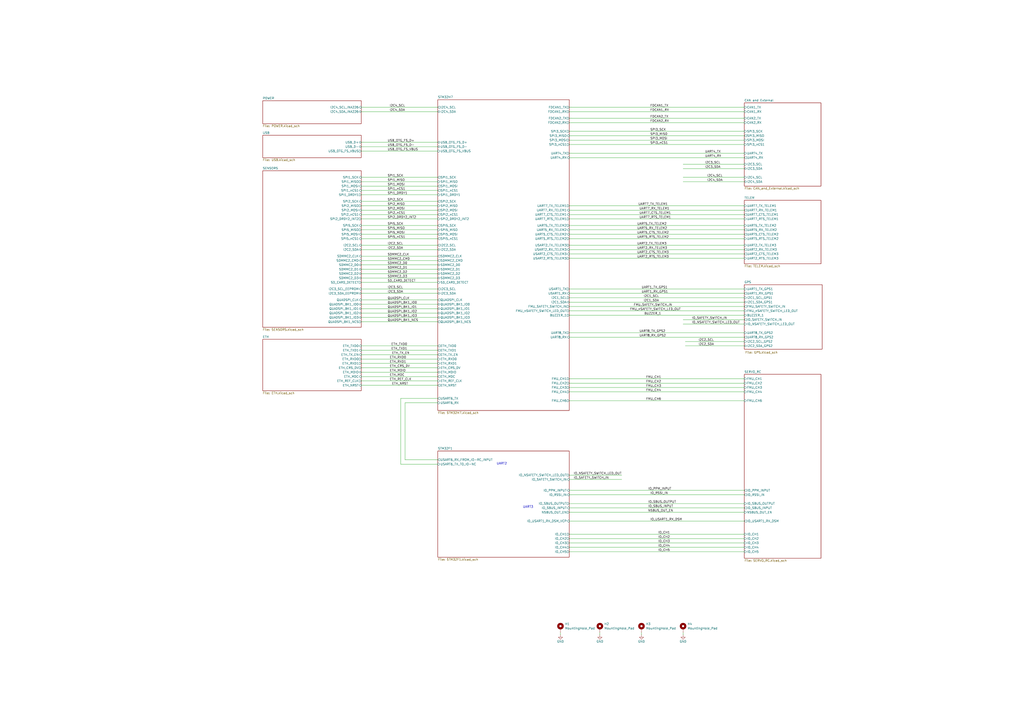
<source format=kicad_sch>
(kicad_sch (version 20250114) (generator "eeschema") (generator_version "9.0")
  (paper "A2")
  (lib_symbols
    (symbol "Mechanical:MountingHole_Pad" (pin_numbers (hide yes)) (pin_names (offset 1.016) (hide yes)) (exclude_from_sim yes) (in_bom no)
      (property "Reference" "H" (at 0 6.35 0))
      (property "Value" "MountingHole_Pad" (at 0 4.445 0))
      (symbol "MountingHole_Pad_0_1"
        (circle (center 0 1.27) (radius 1.27) (stroke (width 1.27)))
      )
      (symbol "MountingHole_Pad_1_1"
        (pin input line (at 0 -2.54 90) (length 2.54) (name "1") (number "1"))
      )
    )
    (symbol "power:GND" (power) (pin_numbers (hide yes)) (pin_names (offset 0) (hide yes))
      (property "Value" "GND" (at 0 -3.81 0))
      (symbol "GND_0_1"
        (polyline (pts (xy 0 0) (xy 0 -1.27) (xy 1.27 -1.27) (xy 0 -2.54) (xy -1.27 -1.27) (xy 0 -1.27)))
      )
      (symbol "GND_1_1"
        (pin power_in line (at 0 0 270) (length 0) (name "~") (number "1"))
      )
    )
  )
  (text "UART2" (at 291.084 268.986 0) (effects (font (size 1.27 1.27))))
  (text "UART3" (at 306.324 294.132 0) (effects (font (size 1.27 1.27))))
  (wire (pts (xy 330.2 135.89) (xy 431.8 135.89)))
  (wire (pts (xy 209.55 186.69) (xy 254 186.69)))
  (wire (pts (xy 330.2 62.23) (xy 431.8 62.23)))
  (wire (pts (xy 330.2 88.9) (xy 431.8 88.9)))
  (wire (pts (xy 396.24 368.3) (xy 396.24 367.03)))
  (wire (pts (xy 209.55 62.23) (xy 254 62.23)))
  (wire (pts (xy 330.2 127) (xy 431.8 127)))
  (wire (pts (xy 330.2 142.24) (xy 431.8 142.24)))
  (wire (pts (xy 330.2 195.58) (xy 431.8 195.58)))
  (wire (pts (xy 209.55 176.53) (xy 254 176.53)))
  (wire (pts (xy 330.2 314.96) (xy 431.8 314.96)))
  (wire (pts (xy 209.55 151.13) (xy 254 151.13)))
  (wire (pts (xy 330.2 133.35) (xy 431.8 133.35)))
  (wire (pts (xy 209.55 170.18) (xy 254 170.18)))
  (wire (pts (xy 209.55 213.36) (xy 254 213.36)))
  (wire (pts (xy 209.55 138.43) (xy 254 138.43)))
  (wire (pts (xy 330.2 287.02) (xy 431.8 287.02)))
  (wire (pts (xy 209.55 218.44) (xy 254 218.44)))
  (wire (pts (xy 209.55 148.59) (xy 254 148.59)))
  (wire (pts (xy 209.55 130.81) (xy 254 130.81)))
  (wire (pts (xy 209.55 215.9) (xy 254 215.9)))
  (wire (pts (xy 209.55 105.41) (xy 254 105.41)))
  (wire (pts (xy 330.2 121.92) (xy 431.8 121.92)))
  (wire (pts (xy 209.55 127) (xy 254 127)))
  (wire (pts (xy 330.2 232.41) (xy 431.8 232.41)))
  (wire (pts (xy 330.2 309.88) (xy 431.8 309.88)))
  (wire (pts (xy 330.2 68.58) (xy 431.8 68.58)))
  (wire (pts (xy 209.55 119.38) (xy 254 119.38)))
  (wire (pts (xy 396.24 97.79) (xy 431.8 97.79)))
  (wire (pts (xy 396.24 102.87) (xy 431.8 102.87)))
  (wire (pts (xy 396.24 187.96) (xy 431.8 187.96)))
  (wire (pts (xy 209.55 85.09) (xy 254 85.09)))
  (wire (pts (xy 330.2 177.8) (xy 431.8 177.8)))
  (wire (pts (xy 330.2 278.13) (xy 360.68 278.13)))
  (wire (pts (xy 330.2 130.81) (xy 431.8 130.81)))
  (wire (pts (xy 330.2 222.25) (xy 431.8 222.25)))
  (wire (pts (xy 330.2 64.77) (xy 431.8 64.77)))
  (wire (pts (xy 209.55 153.67) (xy 254 153.67)))
  (wire (pts (xy 209.55 116.84) (xy 254 116.84)))
  (wire (pts (xy 209.55 124.46) (xy 254 124.46)))
  (wire (pts (xy 209.55 210.82) (xy 254 210.82)))
  (wire (pts (xy 330.2 219.71) (xy 431.8 219.71)))
  (wire (pts (xy 330.2 124.46) (xy 431.8 124.46)))
  (wire (pts (xy 209.55 167.64) (xy 254 167.64)))
  (wire (pts (xy 209.55 135.89) (xy 254 135.89)))
  (wire (pts (xy 234.95 266.7) (xy 234.95 233.68)))
  (wire (pts (xy 209.55 144.78) (xy 254 144.78)))
  (wire (pts (xy 209.55 208.28) (xy 254 208.28)))
  (wire (pts (xy 254 266.7) (xy 234.95 266.7)))
  (wire (pts (xy 330.2 302.26) (xy 431.8 302.26)))
  (wire (pts (xy 330.2 71.12) (xy 431.8 71.12)))
  (wire (pts (xy 209.55 142.24) (xy 254 142.24)))
  (wire (pts (xy 330.2 175.26) (xy 431.8 175.26)))
  (wire (pts (xy 330.2 284.48) (xy 431.8 284.48)))
  (wire (pts (xy 209.55 87.63) (xy 254 87.63)))
  (wire (pts (xy 209.55 133.35) (xy 254 133.35)))
  (wire (pts (xy 330.2 275.59) (xy 360.68 275.59)))
  (wire (pts (xy 232.41 231.14) (xy 232.41 269.24)))
  (wire (pts (xy 209.55 64.77) (xy 254 64.77)))
  (wire (pts (xy 209.55 107.95) (xy 254 107.95)))
  (wire (pts (xy 330.2 76.2) (xy 431.8 76.2)))
  (wire (pts (xy 330.2 294.64) (xy 431.8 294.64)))
  (wire (pts (xy 209.55 158.75) (xy 254 158.75)))
  (wire (pts (xy 209.55 220.98) (xy 254 220.98)))
  (wire (pts (xy 330.2 119.38) (xy 431.8 119.38)))
  (wire (pts (xy 330.2 138.43) (xy 431.8 138.43)))
  (wire (pts (xy 209.55 173.99) (xy 254 173.99)))
  (wire (pts (xy 330.2 320.04) (xy 431.8 320.04)))
  (wire (pts (xy 209.55 205.74) (xy 254 205.74)))
  (wire (pts (xy 330.2 193.04) (xy 431.8 193.04)))
  (wire (pts (xy 330.2 312.42) (xy 431.8 312.42)))
  (wire (pts (xy 232.41 269.24) (xy 254 269.24)))
  (wire (pts (xy 396.24 105.41) (xy 431.8 105.41)))
  (wire (pts (xy 209.55 203.2) (xy 254 203.2)))
  (wire (pts (xy 330.2 292.1) (xy 431.8 292.1)))
  (wire (pts (xy 397.51 200.66) (xy 431.8 200.66)))
  (wire (pts (xy 234.95 233.68) (xy 254 233.68)))
  (wire (pts (xy 330.2 317.5) (xy 431.8 317.5)))
  (wire (pts (xy 209.55 82.55) (xy 254 82.55)))
  (wire (pts (xy 347.98 368.3) (xy 347.98 367.03)))
  (wire (pts (xy 254 231.14) (xy 232.41 231.14)))
  (wire (pts (xy 330.2 167.64) (xy 431.8 167.64)))
  (wire (pts (xy 372.11 368.3) (xy 372.11 367.03)))
  (wire (pts (xy 330.2 170.18) (xy 431.8 170.18)))
  (wire (pts (xy 209.55 161.29) (xy 254 161.29)))
  (wire (pts (xy 209.55 223.52) (xy 254 223.52)))
  (wire (pts (xy 325.12 368.3) (xy 325.12 367.03)))
  (wire (pts (xy 397.51 198.12) (xy 431.8 198.12)))
  (wire (pts (xy 330.2 227.33) (xy 431.8 227.33)))
  (wire (pts (xy 330.2 224.79) (xy 431.8 224.79)))
  (wire (pts (xy 209.55 179.07) (xy 254 179.07)))
  (wire (pts (xy 330.2 91.44) (xy 431.8 91.44)))
  (wire (pts (xy 209.55 156.21) (xy 254 156.21)))
  (wire (pts (xy 330.2 297.18) (xy 431.8 297.18)))
  (wire (pts (xy 209.55 113.03) (xy 254 113.03)))
  (wire (pts (xy 209.55 184.15) (xy 254 184.15)))
  (wire (pts (xy 330.2 172.72) (xy 431.8 172.72)))
  (wire (pts (xy 209.55 163.83) (xy 254 163.83)))
  (wire (pts (xy 330.2 180.34) (xy 431.8 180.34)))
  (wire (pts (xy 209.55 200.66) (xy 254 200.66)))
  (wire (pts (xy 330.2 78.74) (xy 431.8 78.74)))
  (wire (pts (xy 330.2 81.28) (xy 431.8 81.28)))
  (wire (pts (xy 209.55 121.92) (xy 254 121.92)))
  (wire (pts (xy 330.2 149.86) (xy 431.8 149.86)))
  (wire (pts (xy 330.2 83.82) (xy 431.8 83.82)))
  (wire (pts (xy 209.55 181.61) (xy 254 181.61)))
  (wire (pts (xy 396.24 185.42) (xy 431.8 185.42)))
  (wire (pts (xy 209.55 110.49) (xy 254 110.49)))
  (wire (pts (xy 209.55 102.87) (xy 254 102.87)))
  (wire (pts (xy 396.24 95.25) (xy 431.8 95.25)))
  (wire (pts (xy 330.2 144.78) (xy 431.8 144.78)))
  (wire (pts (xy 330.2 147.32) (xy 431.8 147.32)))
  (wire (pts (xy 330.2 182.88) (xy 431.8 182.88)))
  (label "QUADSPI_BK1_IO3" (at 224.79 184.15 0))
  (label "QUADSPI_BK1_NCS" (at 224.79 186.69 0))
  (label "SPI1_DRDY1" (at 224.79 113.03 0))
  (label "FMU_CH1" (at 383.54 219.71 180))
  (label "UART1_RX_GPS1" (at 372.11 170.18 0))
  (label "SPI2_MISO" (at 224.79 119.38 0))
  (label "UART4_TX" (at 408.94 88.9 0))
  (label "UART7_CTS_TELEM1" (at 370.84 124.46 0))
  (label "UART1_TX_GPS1" (at 372.11 167.64 0))
  (label "I2C3_SDA" (at 408.94 97.79 0))
  (label "FMU_CH3" (at 383.54 224.79 180))
  (label "SPI2_SCK" (at 224.79 116.84 0))
  (label "I2C4_SDA" (at 410.21 105.41 0))
  (label "IO_CH2" (at 388.62 312.42 180))
  (label "SPI5_nCS1" (at 224.79 138.43 0))
  (label "UART7_TX_TELEM1" (at 387.35 119.38 180))
  (label "FMU_CH4" (at 383.54 227.33 180))
  (label "I2C1_SDA" (at 382.27 175.26 180))
  (label "FMU_SAFETY_SWITCH_IN" (at 389.89 177.8 180))
  (label "I2C4_SCL" (at 410.21 102.87 0))
  (label "IO_USART1_RX_DSM" (at 377.19 302.26 0))
  (label "ETH_REF_CLK" (at 226.06 220.98 0))
  (label "UART5_RX_TELEM2" (at 369.57 133.35 0))
  (label "UART5_RTS_TELEM2" (at 369.57 138.43 0))
  (label "USB_OTG_FS_D-" (at 224.79 85.09 0))
  (label "SPI5_MOSI" (at 224.79 135.89 0))
  (label "QUADSPI_CLK" (at 224.79 173.99 0))
  (label "I2C4_SCL" (at 234.95 62.23 180))
  (label "I2C2_SCL" (at 224.79 142.24 0))
  (label "BUZZER_1" (at 383.54 182.88 180))
  (label "I2C2_SDA" (at 405.13 200.66 0))
  (label "SPI1_MOSI" (at 224.79 107.95 0))
  (label "FMU_CH6" (at 383.54 232.41 180))
  (label "IO_RSSI_IN" (at 377.19 287.02 0))
  (label "I2C2_SDA" (at 224.79 144.78 0))
  (label "UART2_RX_TELEM3" (at 369.57 144.78 0))
  (label "I2C3_SDA" (at 224.79 170.18 0))
  (label "FDCAN1_TX" (at 377.19 62.23 0))
  (label "IO_SBUS_OUTPUT" (at 375.92 292.1 0))
  (label "UART8_RX_GPS2" (at 370.84 195.58 0))
  (label "IO_CH4" (at 388.62 317.5 180))
  (label "IO_SBUS_INPUT" (at 375.92 294.64 0))
  (label "ETH_TXD1" (at 236.22 203.2 180))
  (label "SPI2_DRDY2_INT2" (at 224.79 127 0))
  (label "SPI3_nCS1" (at 377.19 83.82 0))
  (label "I2C3_SCL" (at 408.94 95.25 0))
  (label "IO_PPM_INPUT" (at 375.92 284.48 0))
  (label "IO_SAFETY_SWITCH_IN" (at 332.74 278.13 0))
  (label "SDMMC2_D0" (at 224.79 153.67 0))
  (label "I2C3_SCL" (at 224.79 167.64 0))
  (label "SPI1_MISO" (at 224.79 105.41 0))
  (label "QUADSPI_BK1_IO0" (at 224.79 176.53 0))
  (label "SPI2_nCS1" (at 224.79 124.46 0))
  (label "UART5_TX_TELEM2" (at 369.57 130.81 0))
  (label "SDMMC2_D2" (at 224.79 158.75 0))
  (label "FDCAN1_RX" (at 377.19 64.77 0))
  (label "UART2_CTS_TELEM3" (at 369.57 147.32 0))
  (label "SDMMC2_CMD" (at 224.79 151.13 0))
  (label "SPI1_nCS1" (at 224.79 110.49 0))
  (label "I2C2_SCL" (at 405.13 198.12 0))
  (label "IO_SAFETY_SWITCH_IN" (at 401.32 185.42 0))
  (label "FMU_nSAFETY_SWITCH_LED_OUT" (at 394.97 180.34 180))
  (label "USB_OTG_FS_D+" (at 224.79 82.55 0))
  (label "SDMMC2_D3" (at 224.79 161.29 0))
  (label "SD_CARD_DETECT" (at 224.79 163.83 0))
  (label "SDMMC2_D1" (at 224.79 156.21 0))
  (label "ETH_RXD0" (at 226.06 208.28 0))
  (label "IO_CH1" (at 388.62 309.88 180))
  (label "SPI1_SCK" (at 224.79 102.87 0))
  (label "ETH_TX_EN" (at 227.33 205.74 0))
  (label "UART2_TX_TELEM3" (at 369.57 142.24 0))
  (label "I2C4_SDA" (at 234.95 64.77 180))
  (label "ETH_MDC" (at 226.06 218.44 0))
  (label "ETH_TXD0" (at 236.22 200.66 180))
  (label "SPI5_MISO" (at 224.79 133.35 0))
  (label "FDCAN2_TX" (at 377.19 68.58 0))
  (label "FMU_CH2" (at 383.54 222.25 180))
  (label "I2C1_SCL" (at 382.27 172.72 180))
  (label "UART2_RTS_TELEM3" (at 369.57 149.86 0))
  (label "UART7_RX_TELEM1" (at 370.84 121.92 0))
  (label "QUADSPI_BK1_IO1" (at 224.79 179.07 0))
  (label "USB_OTG_FS_VBUS" (at 224.79 87.63 0))
  (label "ETH_RXD1" (at 226.06 210.82 0))
  (label "ETH_CRS_DV" (at 226.06 213.36 0))
  (label "IO_NSAFETY_SWITCH_LED_OUT" (at 332.74 275.59 0))
  (label "UART5_CTS_TELEM2" (at 369.57 135.89 0))
  (label "ETH_MDIO" (at 226.06 215.9 0))
  (label "NSBUS_OUT_EN" (at 375.92 297.18 0))
  (label "SPI5_SCK" (at 224.79 130.81 0))
  (label "SPI3_MOSI" (at 377.19 81.28 0))
  (label "IO_CH3" (at 388.62 314.96 180))
  (label "UART8_TX_GPS2" (at 370.84 193.04 0))
  (label "SPI2_MOSI" (at 224.79 121.92 0))
  (label "SDMMC2_CLK" (at 224.79 148.59 0))
  (label "IO_CH5" (at 388.62 320.04 180))
  (label "ETH_NRST" (at 227.33 223.52 0))
  (label "SPI3_SCK" (at 377.19 76.2 0))
  (label "UART4_RX" (at 408.94 91.44 0))
  (label "SPI3_MISO" (at 377.19 78.74 0))
  (label "QUADSPI_BK1_IO2" (at 224.79 181.61 0))
  (label "IO_NSAFETY_SWITCH_LED_OUT" (at 401.32 187.96 0))
  (label "FDCAN2_RX" (at 377.19 71.12 0))
  (label "UART7_RTS_TELEM1" (at 370.84 127 0))
  (symbol (lib_id "Mechanical:MountingHole_Pad") (at 396.24 364.49 0) (unit 1) (exclude_from_sim yes) (in_bom no)
    (property "Reference" "H4" (at 398.78 361.9499 0) (effects (justify left)))
    (property "Value" "MountingHole_Pad" (at 398.78 364.4899 0) (effects (justify left)))
    (property "Footprint" "MountingHole:MountingHole_2.2mm_M2_Pad" (effects (hide yes)))
    (property "Description" "Mounting Hole with connection" (effects (hide yes)))
  )
  (symbol (lib_id "power:GND") (at 372.11 368.3 0) (unit 1)
    (property "Reference" "#PWR03" (effects (hide yes)))
    (property "Value" "GND" (at 372.11 372.11 0))
    (property "Description" "Power symbol creates a global label with name \"GND\" , ground" (effects (hide yes)))
  )
  (symbol (lib_id "power:GND") (at 325.12 368.3 0) (unit 1)
    (property "Reference" "#PWR01" (effects (hide yes)))
    (property "Value" "GND" (at 325.12 372.11 0))
    (property "Description" "Power symbol creates a global label with name \"GND\" , ground" (effects (hide yes)))
  )
  (symbol (lib_id "power:GND") (at 396.24 368.3 0) (unit 1)
    (property "Reference" "#PWR04" (effects (hide yes)))
    (property "Value" "GND" (at 396.24 372.11 0))
    (property "Description" "Power symbol creates a global label with name \"GND\" , ground" (effects (hide yes)))
  )
  (symbol (lib_id "Mechanical:MountingHole_Pad") (at 325.12 364.49 0) (unit 1) (exclude_from_sim yes) (in_bom no)
    (property "Reference" "H1" (at 327.66 361.9499 0) (effects (justify left)))
    (property "Value" "MountingHole_Pad" (at 327.66 364.4899 0) (effects (justify left)))
    (property "Footprint" "MountingHole:MountingHole_2.2mm_M2_Pad" (effects (hide yes)))
    (property "Description" "Mounting Hole with connection" (effects (hide yes)))
  )
  (symbol (lib_id "power:GND") (at 347.98 368.3 0) (unit 1)
    (property "Reference" "#PWR02" (effects (hide yes)))
    (property "Value" "GND" (at 347.98 372.11 0))
    (property "Description" "Power symbol creates a global label with name \"GND\" , ground" (effects (hide yes)))
  )
  (symbol (lib_id "Mechanical:MountingHole_Pad") (at 347.98 364.49 0) (unit 1) (exclude_from_sim yes) (in_bom no)
    (property "Reference" "H2" (at 350.52 361.9499 0) (effects (justify left)))
    (property "Value" "MountingHole_Pad" (at 350.52 364.4899 0) (effects (justify left)))
    (property "Footprint" "MountingHole:MountingHole_2.2mm_M2_Pad" (effects (hide yes)))
    (property "Description" "Mounting Hole with connection" (effects (hide yes)))
  )
  (symbol (lib_id "Mechanical:MountingHole_Pad") (at 372.11 364.49 0) (unit 1) (exclude_from_sim yes) (in_bom no)
    (property "Reference" "H3" (at 374.65 361.9499 0) (effects (justify left)))
    (property "Value" "MountingHole_Pad" (at 374.65 364.4899 0) (effects (justify left)))
    (property "Footprint" "MountingHole:MountingHole_2.2mm_M2_Pad" (effects (hide yes)))
    (property "Description" "Mounting Hole with connection" (effects (hide yes)))
  )
  (sheet (at 152.4 58.42) (size 57.15 13.335) (stroke (width 0.1524))
    (property "Sheetname" "POWER" (at 152.4 57.7084 0) (effects (justify left bottom)))
    (property "Sheetfile" "POWER.kicad_sch" (at 152.4 72.3396 0) (effects (justify left top)))
    (pin "I2C4_SCL_INA226" input (at 209.55 62.23 0))
    (pin "I2C4_SDA_INA226" bidirectional (at 209.55 64.77 0))
  )
  (sheet (at 152.4 196.85) (size 57.15 29.845) (stroke (width 0.1524))
    (property "Sheetname" "ETH" (at 152.4 196.1384 0) (effects (justify left bottom)))
    (property "Sheetfile" "ETH.kicad_sch" (at 152.4 227.2796 0) (effects (justify left top)))
    (pin "ETH_CRS_DV" output (at 209.55 213.36 0))
    (pin "ETH_MDC" input (at 209.55 218.44 0))
    (pin "ETH_MDIO" bidirectional (at 209.55 215.9 0))
    (pin "ETH_REF_CLK" output (at 209.55 220.98 0))
    (pin "ETH_RXD0" output (at 209.55 208.28 0))
    (pin "ETH_RXD1" output (at 209.55 210.82 0))
    (pin "ETH_TXD0" input (at 209.55 200.66 0))
    (pin "ETH_TXD1" input (at 209.55 203.2 0))
    (pin "ETH_TX_EN" input (at 209.55 205.74 0))
    (pin "ETH_NRST" input (at 209.55 223.52 0))
  )
  (sheet (at 254 57.785) (size 76.2 180.34) (stroke (width 0.1524))
    (property "Sheetname" "STM32H7" (at 254 57.0734 0) (effects (justify left bottom)))
    (property "Sheetfile" "STM32H7.kicad_sch" (at 254 238.7096 0) (effects (justify left top)))
    (pin "USART6_RX" input (at 254 233.68 180))
    (pin "USART6_TX" output (at 254 231.14 180))
    (pin "FMU_CH1" output (at 330.2 219.71 0))
    (pin "FMU_CH2" output (at 330.2 222.25 0))
    (pin "FMU_CH6" output (at 330.2 232.41 0))
    (pin "FMU_CH4" output (at 330.2 227.33 0))
    (pin "FMU_CH3" output (at 330.2 224.79 0))
    (pin "FMU_nSAFETY_SWITCH_LED_OUT" output (at 330.2 180.34 0))
    (pin "FMU_SAFETY_SWITCH_IN" output (at 330.2 177.8 0))
    (pin "FDCAN1_TX" output (at 330.2 62.23 0))
    (pin "FDCAN1_RX" output (at 330.2 64.77 0))
    (pin "FDCAN2_RX" output (at 330.2 71.12 0))
    (pin "FDCAN2_TX" output (at 330.2 68.58 0))
    (pin "USART1_TX" output (at 330.2 167.64 0))
    (pin "USART1_RX" input (at 330.2 170.18 0))
    (pin "I2C1_SCL" output (at 330.2 172.72 0))
    (pin "I2C1_SDA" bidirectional (at 330.2 175.26 0))
    (pin "BUZZER_1" output (at 330.2 182.88 0))
    (pin "I2C2_SCL" output (at 254 142.24 180))
    (pin "I2C2_SDA" bidirectional (at 254 144.78 180))
    (pin "SDMMC2_CLK" output (at 254 148.59 180))
    (pin "SDMMC2_CMD" output (at 254 151.13 180))
    (pin "SDMMC2_D0" bidirectional (at 254 153.67 180))
    (pin "SDMMC2_D1" bidirectional (at 254 156.21 180))
    (pin "SDMMC2_D2" bidirectional (at 254 158.75 180))
    (pin "SDMMC2_D3" bidirectional (at 254 161.29 180))
    (pin "SPI1_DRDY1" input (at 254 113.03 180))
    (pin "SPI1_MISO" input (at 254 105.41 180))
    (pin "SPI1_MOSI" output (at 254 107.95 180))
    (pin "SPI1_nCS1" output (at 254 110.49 180))
    (pin "SPI1_SCK" output (at 254 102.87 180))
    (pin "SPI2_MISO" input (at 254 119.38 180))
    (pin "SPI2_MOSI" output (at 254 121.92 180))
    (pin "SPI2_nCS1" output (at 254 124.46 180))
    (pin "SPI2_SCK" output (at 254 116.84 180))
    (pin "SPI5_MISO" input (at 254 133.35 180))
    (pin "SPI5_MOSI" output (at 254 135.89 180))
    (pin "SPI5_nCS1" output (at 254 138.43 180))
    (pin "SPI5_SCK" output (at 254 130.81 180))
    (pin "SPI2_DRDY2_INT2" input (at 254 127 180))
    (pin "UART7_CTS_TELEM1" input (at 330.2 124.46 0))
    (pin "UART7_RTS_TELEM1" output (at 330.2 127 0))
    (pin "UART7_RX_TELEM1" input (at 330.2 121.92 0))
    (pin "UART7_TX_TELEM1" output (at 330.2 119.38 0))
    (pin "UART5_CTS_TELEM2" input (at 330.2 135.89 0))
    (pin "UART5_RTS_TELEM2" output (at 330.2 138.43 0))
    (pin "UART5_RX_TELEM2" input (at 330.2 133.35 0))
    (pin "UART5_TX_TELEM2" output (at 330.2 130.81 0))
    (pin "UART8_RX" input (at 330.2 195.58 0))
    (pin "UART8_TX" output (at 330.2 193.04 0))
    (pin "USART2_CTS_TELEM3" input (at 330.2 147.32 0))
    (pin "USART2_RTS_TELEM3" output (at 330.2 149.86 0))
    (pin "USART2_RX_TELEM3" input (at 330.2 144.78 0))
    (pin "USART2_TX_TELEM3" output (at 330.2 142.24 0))
    (pin "I2C3_SCL" output (at 254 167.64 180))
    (pin "I2C3_SDA" bidirectional (at 254 170.18 180))
    (pin "UART4_RX" input (at 330.2 91.44 0))
    (pin "UART4_TX" output (at 330.2 88.9 0))
    (pin "QUADSPI_BK1_IO0" bidirectional (at 254 176.53 180))
    (pin "QUADSPI_BK1_IO1" bidirectional (at 254 179.07 180))
    (pin "QUADSPI_BK1_IO2" bidirectional (at 254 181.61 180))
    (pin "QUADSPI_BK1_IO3" bidirectional (at 254 184.15 180))
    (pin "QUADSPI_BK1_NCS" output (at 254 186.69 180))
    (pin "QUADSPI_CLK" output (at 254 173.99 180))
    (pin "ETH_CRS_DV" input (at 254 213.36 180))
    (pin "ETH_MDC" output (at 254 218.44 180))
    (pin "ETH_MDIO" bidirectional (at 254 215.9 180))
    (pin "ETH_REF_CLK" input (at 254 220.98 180))
    (pin "ETH_RXD0" input (at 254 208.28 180))
    (pin "ETH_RXD1" input (at 254 210.82 180))
    (pin "ETH_TXD0" output (at 254 200.66 180))
    (pin "ETH_TXD1" output (at 254 203.2 180))
    (pin "ETH_TX_EN" output (at 254 205.74 180))
    (pin "SD_CARD_DETECT" input (at 254 163.83 180))
    (pin "SPI3_MISO" input (at 330.2 78.74 0))
    (pin "SPI3_MOSI" output (at 330.2 81.28 0))
    (pin "SPI3_nCS1" output (at 330.2 83.82 0))
    (pin "SPI3_SCK" output (at 330.2 76.2 0))
    (pin "I2C4_SCL" output (at 254 62.23 180))
    (pin "I2C4_SDA" bidirectional (at 254 64.77 180))
    (pin "ETH_NRST" output (at 254 223.52 180))
    (pin "USB_OTG_FS_VBUS" input (at 254 87.63 180))
    (pin "USB_OTG_FS_D-" bidirectional (at 254 85.09 180))
    (pin "USB_OTG_FS_D+" bidirectional (at 254 82.55 180))
  )
  (sheet (at 431.8 165.1) (size 45.085 37.465) (stroke (width 0.1524))
    (property "Sheetname" "GPS" (at 431.8 164.3884 0) (effects (justify left bottom)))
    (property "Sheetfile" "GPS.kicad_sch" (at 432.308 203.708 0) (effects (justify left top)))
    (pin "BUZZER_1" input (at 431.8 182.88 180))
    (pin "FMU_nSAFETY_SWITCH_LED_OUT" input (at 431.8 180.34 180))
    (pin "FMU_SAFETY_SWITCH_IN" output (at 431.8 177.8 180))
    (pin "I2C1_SCL_GPS1" input (at 431.8 172.72 180))
    (pin "I2C1_SDA_GPS1" bidirectional (at 431.8 175.26 180))
    (pin "I2C2_SCL_GPS2" input (at 431.8 198.12 180))
    (pin "I2C2_SDA_GPS2" bidirectional (at 431.8 200.66 180))
    (pin "IO_NSAFETY_SWITCH_LED_OUT" input (at 431.8 187.96 180))
    (pin "IO_SAFETY_SWITCH_IN" output (at 431.8 185.42 180))
    (pin "UART1_RX_GPS1" output (at 431.8 170.18 180))
    (pin "UART1_TX_GPS1" input (at 431.8 167.64 180))
    (pin "UART8_RX_GPS2" output (at 431.8 195.58 180))
    (pin "UART8_TX_GPS2" input (at 431.8 193.04 180))
  )
  (sheet (at 152.4 99.06) (size 57.15 90.805) (stroke (width 0.1524))
    (property "Sheetname" "SENSORS" (at 152.4 98.3484 0) (effects (justify left bottom)))
    (property "Sheetfile" "SENSORS.kicad_sch" (at 152.4 190.4496 0) (effects (justify left top)))
    (pin "I2C2_SCL" input (at 209.55 142.24 0))
    (pin "I2C2_SDA" bidirectional (at 209.55 144.78 0))
    (pin "SDMMC2_CLK" input (at 209.55 148.59 0))
    (pin "SDMMC2_CMD" input (at 209.55 151.13 0))
    (pin "SDMMC2_D0" bidirectional (at 209.55 153.67 0))
    (pin "SDMMC2_D1" bidirectional (at 209.55 156.21 0))
    (pin "SDMMC2_D2" bidirectional (at 209.55 158.75 0))
    (pin "SDMMC2_D3" bidirectional (at 209.55 161.29 0))
    (pin "SPI1_DRDY1" output (at 209.55 113.03 0))
    (pin "SPI1_MISO" output (at 209.55 105.41 0))
    (pin "SPI1_MOSI" input (at 209.55 107.95 0))
    (pin "SPI1_nCS1" input (at 209.55 110.49 0))
    (pin "SPI1_SCK" input (at 209.55 102.87 0))
    (pin "SPI2_DRDY2_INT2" output (at 209.55 127 0))
    (pin "SPI2_MISO" output (at 209.55 119.38 0))
    (pin "SPI2_MOSI" input (at 209.55 121.92 0))
    (pin "SPI2_nCS1" input (at 209.55 124.46 0))
    (pin "SPI2_SCK" input (at 209.55 116.84 0))
    (pin "SPI5_MISO" output (at 209.55 133.35 0))
    (pin "SPI5_MOSI" input (at 209.55 135.89 0))
    (pin "SPI5_nCS1" input (at 209.55 138.43 0))
    (pin "SPI5_SCK" input (at 209.55 130.81 0))
    (pin "I2C3_SCL_EEPROM" input (at 209.55 167.64 0))
    (pin "I2C3_SDA_EEPROM" bidirectional (at 209.55 170.18 0))
    (pin "QUADSPI_BK1_IO0" bidirectional (at 209.55 176.53 0))
    (pin "QUADSPI_BK1_IO1" bidirectional (at 209.55 179.07 0))
    (pin "QUADSPI_BK1_IO2" bidirectional (at 209.55 181.61 0))
    (pin "QUADSPI_BK1_IO3" bidirectional (at 209.55 184.15 0))
    (pin "QUADSPI_BK1_NCS" output (at 209.55 186.69 0))
    (pin "QUADSPI_CLK" input (at 209.55 173.99 0))
    (pin "SD_CARD_DETECT" output (at 209.55 163.83 0))
  )
  (sheet (at 152.4 78.486) (size 57.15 12.954) (stroke (width 0.1524))
    (property "Sheetname" "USB" (at 152.4 77.7744 0) (effects (justify left bottom)))
    (property "Sheetfile" "USB.kicad_sch" (at 152.4 92.0246 0) (effects (justify left top)))
    (pin "USB_D+" bidirectional (at 209.55 82.55 0))
    (pin "USB_D-" bidirectional (at 209.55 85.09 0))
    (pin "USB_OTG_FS_VBUS" output (at 209.55 87.63 0))
  )
  (sheet (at 431.8 217.17) (size 44.45 106.68) (stroke (width 0.1524))
    (property "Sheetname" "SERVO_RC" (at 431.8 216.4584 0) (effects (justify left bottom)))
    (property "Sheetfile" "SERVO_RC.kicad_sch" (at 431.8 324.4346 0) (effects (justify left top)))
    (pin "FMU_CH6" input (at 431.8 232.41 180))
    (pin "FMU_CH4" input (at 431.8 227.33 180))
    (pin "FMU_CH3" input (at 431.8 224.79 180))
    (pin "FMU_CH2" input (at 431.8 222.25 180))
    (pin "FMU_CH1" input (at 431.8 219.71 180))
    (pin "IO_CH4" input (at 431.8 317.5 180))
    (pin "IO_CH3" input (at 431.8 314.96 180))
    (pin "IO_CH2" input (at 431.8 312.42 180))
    (pin "IO_CH1" input (at 431.8 309.88 180))
    (pin "IO_CH5" input (at 431.8 320.04 180))
    (pin "IO_PPM_INPUT" output (at 431.8 284.48 180))
    (pin "IO_RSSI_IN" output (at 431.8 287.02 180))
    (pin "IO_SBUS_INPUT" output (at 431.8 294.64 180))
    (pin "IO_SBUS_OUTPUT" input (at 431.8 292.1 180))
    (pin "IO_USART1_RX_DSM" output (at 431.8 302.26 180))
    (pin "NSBUS_OUT_EN" input (at 431.8 297.18 180))
  )
  (sheet (at 431.8 59.69) (size 44.45 48.26) (stroke (width 0.1524))
    (property "Sheetname" "CAN and External" (at 431.8 58.9784 0) (effects (justify left bottom)))
    (property "Sheetfile" "CAN_and_External.kicad_sch" (at 431.8 108.5346 0) (effects (justify left top)))
    (pin "CAN1_TX" input (at 431.8 62.23 180))
    (pin "CAN1_RX" input (at 431.8 64.77 180))
    (pin "CAN2_TX" input (at 431.8 68.58 180))
    (pin "CAN2_RX" input (at 431.8 71.12 180))
    (pin "SPI3_MISO" output (at 431.8 78.74 180))
    (pin "SPI3_MOSI" input (at 431.8 81.28 180))
    (pin "SPI3_nCS1" input (at 431.8 83.82 180))
    (pin "SPI3_SCK" input (at 431.8 76.2 180))
    (pin "I2C3_SCL" input (at 431.8 95.25 180))
    (pin "I2C3_SDA" bidirectional (at 431.8 97.79 180))
    (pin "I2C4_SCL" input (at 431.8 102.87 180))
    (pin "I2C4_SDA" bidirectional (at 431.8 105.41 180))
    (pin "UART4_RX" output (at 431.8 91.44 180))
    (pin "UART4_TX" input (at 431.8 88.9 180))
  )
  (sheet (at 254 261.62) (size 76.2 61.595) (stroke (width 0.1524))
    (property "Sheetname" "STM32F1" (at 254 260.9084 0) (effects (justify left bottom)))
    (property "Sheetfile" "STM32F1.kicad_sch" (at 254 323.7996 0) (effects (justify left top)))
    (pin "IO_RSSI_IN" input (at 330.2 287.02 0))
    (pin "IO_PPM_INPUT" input (at 330.2 284.48 0))
    (pin "IO_NSAFETY_SWITCH_LED_OUT" output (at 330.2 275.59 0))
    (pin "IO_SBUS_OUTPUT" output (at 330.2 292.1 0))
    (pin "IO_SBUS_INPUT" input (at 330.2 294.64 0))
    (pin "IO_CH1" output (at 330.2 309.88 0))
    (pin "IO_CH2" output (at 330.2 312.42 0))
    (pin "IO_CH5" output (at 330.2 320.04 0))
    (pin "IO_CH4" output (at 330.2 317.5 0))
    (pin "IO_CH3" output (at 330.2 314.96 0))
    (pin "IO_SAFETY_SWITCH_IN" input (at 330.2 278.13 0))
    (pin "NSBUS_OUT_EN" output (at 330.2 297.18 0))
    (pin "USART6_RX_FROM_IO-RC_INPUT" output (at 254 266.7 180))
    (pin "USART6_TX_TO_IO-NC" input (at 254 269.24 180))
    (pin "IO_USART1_RX_DSM_VCP" input (at 330.2 302.26 0))
  )
  (sheet (at 431.8 116.205) (size 44.45 36.83) (stroke (width 0.1524))
    (property "Sheetname" "TELEM" (at 431.8 115.4934 0) (effects (justify left bottom)))
    (property "Sheetfile" "TELEM.kicad_sch" (at 431.8 153.6196 0) (effects (justify left top)))
    (pin "UART2_CTS_TELEM3" output (at 431.8 147.32 180))
    (pin "UART2_RTS_TELEM3" input (at 431.8 149.86 180))
    (pin "UART2_RX_TELEM3" output (at 431.8 144.78 180))
    (pin "UART2_TX_TELEM3" input (at 431.8 142.24 180))
    (pin "UART5_CTS_TELEM2" output (at 431.8 135.89 180))
    (pin "UART5_RTS_TELEM2" input (at 431.8 138.43 180))
    (pin "UART5_RX_TELEM2" output (at 431.8 133.35 180))
    (pin "UART5_TX_TELEM2" input (at 431.8 130.81 180))
    (pin "UART7_CTS_TELEM1" output (at 431.8 124.46 180))
    (pin "UART7_RTS_TELEM1" input (at 431.8 127 180))
    (pin "UART7_RX_TELEM1" output (at 431.8 121.92 180))
    (pin "UART7_TX_TELEM1" input (at 431.8 119.38 180))
  )
)
</source>
